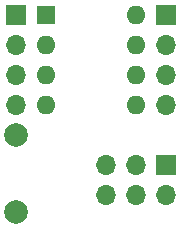
<source format=gbr>
%TF.GenerationSoftware,KiCad,Pcbnew,(6.0.7)*%
%TF.CreationDate,2023-04-14T11:36:13-05:00*%
%TF.ProjectId,ATtiny_PCB,41547469-6e79-45f5-9043-422e6b696361,rev?*%
%TF.SameCoordinates,Original*%
%TF.FileFunction,Soldermask,Top*%
%TF.FilePolarity,Negative*%
%FSLAX46Y46*%
G04 Gerber Fmt 4.6, Leading zero omitted, Abs format (unit mm)*
G04 Created by KiCad (PCBNEW (6.0.7)) date 2023-04-14 11:36:13*
%MOMM*%
%LPD*%
G01*
G04 APERTURE LIST*
%ADD10C,2.000000*%
%ADD11R,1.600000X1.600000*%
%ADD12O,1.600000X1.600000*%
%ADD13O,1.700000X1.700000*%
%ADD14R,1.700000X1.700000*%
G04 APERTURE END LIST*
D10*
%TO.C,SW1*%
X172720000Y-97800000D03*
X172720000Y-104300000D03*
%TD*%
D11*
%TO.C,U1*%
X175260000Y-87640000D03*
D12*
X175260000Y-90180000D03*
X175260000Y-92720000D03*
X175260000Y-95260000D03*
X182880000Y-95260000D03*
X182880000Y-92720000D03*
X182880000Y-90180000D03*
X182880000Y-87640000D03*
%TD*%
D13*
%TO.C,J3*%
X180340000Y-102880000D03*
X180340000Y-100340000D03*
X182880000Y-102880000D03*
X182880000Y-100340000D03*
X185420000Y-102880000D03*
D14*
X185420000Y-100340000D03*
%TD*%
%TO.C,J1*%
X172720000Y-87640000D03*
D13*
X172720000Y-90180000D03*
X172720000Y-92720000D03*
X172720000Y-95260000D03*
%TD*%
D14*
%TO.C,J2*%
X185420000Y-87640000D03*
D13*
X185420000Y-90180000D03*
X185420000Y-92720000D03*
X185420000Y-95260000D03*
%TD*%
M02*

</source>
